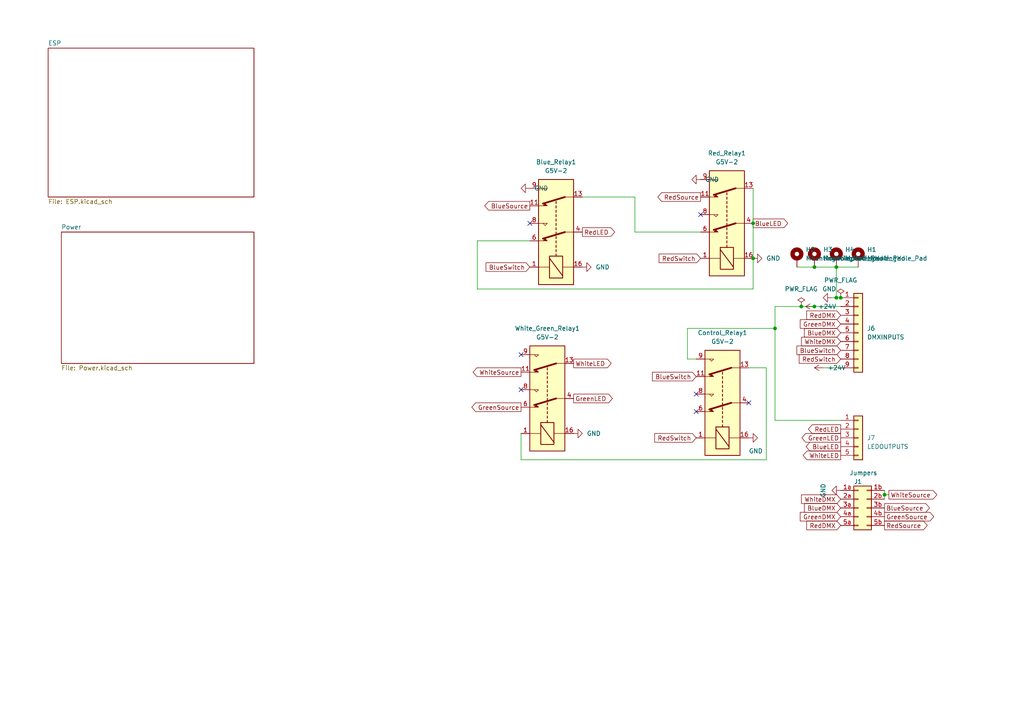
<source format=kicad_sch>
(kicad_sch (version 20230121) (generator eeschema)
  (paper "A4")
  (lib_symbols
    (symbol "Connector_Generic:Conn_01x05" (pin_names (offset 1.016) hide)
      (property "Reference" "J" (at 0 7.62 0))
      (property "Value" "Conn_01x05" (at 0 -7.62 0))
      (symbol "Conn_01x05_1_1"
        (rectangle (start -1.27 -4.953) (end 0 -5.207) (stroke (width 0.1524)))
        (rectangle (start -1.27 -2.413) (end 0 -2.667) (stroke (width 0.1524)))
        (rectangle (start -1.27 0.127) (end 0 -0.127) (stroke (width 0.1524)))
        (rectangle (start -1.27 2.667) (end 0 2.413) (stroke (width 0.1524)))
        (rectangle (start -1.27 5.207) (end 0 4.953) (stroke (width 0.1524)))
        (rectangle (start -1.27 6.35) (end 1.27 -6.35) (stroke (width 0.254)) (fill (type background)))
        (pin passive line (at -5.08 5.08 0) (length 3.81) (name "Pin_1") (number "1"))
        (pin passive line (at -5.08 2.54 0) (length 3.81) (name "Pin_2") (number "2"))
        (pin passive line (at -5.08 0 0) (length 3.81) (name "Pin_3") (number "3"))
        (pin passive line (at -5.08 -2.54 0) (length 3.81) (name "Pin_4") (number "4"))
        (pin passive line (at -5.08 -5.08 0) (length 3.81) (name "Pin_5") (number "5"))
      )
    )
    (symbol "Connector_Generic:Conn_01x09" (pin_names (offset 1.016) hide)
      (property "Reference" "J" (at 0 12.7 0))
      (property "Value" "Conn_01x09" (at 0 -12.7 0))
      (symbol "Conn_01x09_1_1"
        (rectangle (start -1.27 -10.033) (end 0 -10.287) (stroke (width 0.1524)))
        (rectangle (start -1.27 -7.493) (end 0 -7.747) (stroke (width 0.1524)))
        (rectangle (start -1.27 -4.953) (end 0 -5.207) (stroke (width 0.1524)))
        (rectangle (start -1.27 -2.413) (end 0 -2.667) (stroke (width 0.1524)))
        (rectangle (start -1.27 0.127) (end 0 -0.127) (stroke (width 0.1524)))
        (rectangle (start -1.27 2.667) (end 0 2.413) (stroke (width 0.1524)))
        (rectangle (start -1.27 5.207) (end 0 4.953) (stroke (width 0.1524)))
        (rectangle (start -1.27 7.747) (end 0 7.493) (stroke (width 0.1524)))
        (rectangle (start -1.27 10.287) (end 0 10.033) (stroke (width 0.1524)))
        (rectangle (start -1.27 11.43) (end 1.27 -11.43) (stroke (width 0.254)) (fill (type background)))
        (pin passive line (at -5.08 10.16 0) (length 3.81) (name "Pin_1") (number "1"))
        (pin passive line (at -5.08 7.62 0) (length 3.81) (name "Pin_2") (number "2"))
        (pin passive line (at -5.08 5.08 0) (length 3.81) (name "Pin_3") (number "3"))
        (pin passive line (at -5.08 2.54 0) (length 3.81) (name "Pin_4") (number "4"))
        (pin passive line (at -5.08 0 0) (length 3.81) (name "Pin_5") (number "5"))
        (pin passive line (at -5.08 -2.54 0) (length 3.81) (name "Pin_6") (number "6"))
        (pin passive line (at -5.08 -5.08 0) (length 3.81) (name "Pin_7") (number "7"))
        (pin passive line (at -5.08 -7.62 0) (length 3.81) (name "Pin_8") (number "8"))
        (pin passive line (at -5.08 -10.16 0) (length 3.81) (name "Pin_9") (number "9"))
      )
    )
    (symbol "Connector_Generic:Conn_02x05_Row_Letter_Last" (pin_names (offset 1.016) hide)
      (property "Reference" "J" (at 1.27 7.62 0))
      (property "Value" "Conn_02x05_Row_Letter_Last" (at 1.27 -7.62 0))
      (symbol "Conn_02x05_Row_Letter_Last_1_1"
        (rectangle (start -1.27 -4.953) (end 0 -5.207) (stroke (width 0.1524)))
        (rectangle (start -1.27 -2.413) (end 0 -2.667) (stroke (width 0.1524)))
        (rectangle (start -1.27 0.127) (end 0 -0.127) (stroke (width 0.1524)))
        (rectangle (start -1.27 2.667) (end 0 2.413) (stroke (width 0.1524)))
        (rectangle (start -1.27 5.207) (end 0 4.953) (stroke (width 0.1524)))
        (rectangle (start -1.27 6.35) (end 3.81 -6.35) (stroke (width 0.254)) (fill (type background)))
        (rectangle (start 3.81 -4.953) (end 2.54 -5.207) (stroke (width 0.1524)))
        (rectangle (start 3.81 -2.413) (end 2.54 -2.667) (stroke (width 0.1524)))
        (rectangle (start 3.81 0.127) (end 2.54 -0.127) (stroke (width 0.1524)))
        (rectangle (start 3.81 2.667) (end 2.54 2.413) (stroke (width 0.1524)))
        (rectangle (start 3.81 5.207) (end 2.54 4.953) (stroke (width 0.1524)))
        (pin passive line (at -5.08 5.08 0) (length 3.81) (name "Pin_1a") (number "1a"))
        (pin passive line (at 7.62 5.08 180) (length 3.81) (name "Pin_1b") (number "1b"))
        (pin passive line (at -5.08 2.54 0) (length 3.81) (name "Pin_2a") (number "2a"))
        (pin passive line (at 7.62 2.54 180) (length 3.81) (name "Pin_2b") (number "2b"))
        (pin passive line (at -5.08 0 0) (length 3.81) (name "Pin_3a") (number "3a"))
        (pin passive line (at 7.62 0 180) (length 3.81) (name "Pin_3b") (number "3b"))
        (pin passive line (at -5.08 -2.54 0) (length 3.81) (name "Pin_4a") (number "4a"))
        (pin passive line (at 7.62 -2.54 180) (length 3.81) (name "Pin_4b") (number "4b"))
        (pin passive line (at -5.08 -5.08 0) (length 3.81) (name "Pin_5a") (number "5a"))
        (pin passive line (at 7.62 -5.08 180) (length 3.81) (name "Pin_5b") (number "5b"))
      )
    )
    (symbol "Mechanical:MountingHole_Pad" (pin_numbers hide) (pin_names (offset 1.016) hide)
      (property "Reference" "H" (at 0 6.35 0))
      (property "Value" "MountingHole_Pad" (at 0 4.445 0))
      (symbol "MountingHole_Pad_0_1"
        (circle (center 0 1.27) (radius 1.27) (stroke (width 1.27)))
      )
      (symbol "MountingHole_Pad_1_1"
        (pin input line (at 0 -2.54 90) (length 2.54) (name "1") (number "1"))
      )
    )
    (symbol "Relay:G5V-2"
      (property "Reference" "K" (at 16.51 3.81 0))
      (property "Value" "G5V-2" (at 16.51 1.27 0))
      (symbol "G5V-2_0_1"
        (rectangle (start -15.24 5.08) (end 15.24 -5.08) (stroke (width 0.254)) (fill (type background)))
        (rectangle (start -13.335 1.905) (end -6.985 -1.905) (stroke (width 0.254)))
        (polyline (pts (xy -12.7 -1.905) (xy -7.62 1.905)) (stroke (width 0.254)))
        (polyline (pts (xy -10.16 -5.08) (xy -10.16 -1.905)))
        (polyline (pts (xy -10.16 5.08) (xy -10.16 1.905)))
        (polyline (pts (xy -6.985 0) (xy -6.35 0)) (stroke (width 0.254)))
        (polyline (pts (xy -5.715 0) (xy -5.08 0)) (stroke (width 0.254)))
        (polyline (pts (xy -4.445 0) (xy -3.81 0)) (stroke (width 0.254)))
        (polyline (pts (xy -3.175 0) (xy -2.54 0)) (stroke (width 0.254)))
        (polyline (pts (xy -1.905 0) (xy -1.27 0)) (stroke (width 0.254)))
        (polyline (pts (xy -0.635 0) (xy 0 0)) (stroke (width 0.254)))
        (polyline (pts (xy 0 -2.54) (xy -1.905 3.81)) (stroke (width 0.508)))
        (polyline (pts (xy 0 -2.54) (xy 0 -5.08)))
        (polyline (pts (xy 0.635 0) (xy 1.27 0)) (stroke (width 0.254)))
        (polyline (pts (xy 1.905 0) (xy 2.54 0)) (stroke (width 0.254)))
        (polyline (pts (xy 3.175 0) (xy 3.81 0)) (stroke (width 0.254)))
        (polyline (pts (xy 4.445 0) (xy 5.08 0)) (stroke (width 0.254)))
        (polyline (pts (xy 5.715 0) (xy 6.35 0)) (stroke (width 0.254)))
        (polyline (pts (xy 6.985 0) (xy 7.62 0)) (stroke (width 0.254)))
        (polyline (pts (xy 8.255 0) (xy 8.89 0)) (stroke (width 0.254)))
        (polyline (pts (xy 10.16 -2.54) (xy 8.255 3.81)) (stroke (width 0.508)))
        (polyline (pts (xy 10.16 -2.54) (xy 10.16 -5.08)))
        (polyline (pts (xy -2.54 5.08) (xy -2.54 2.54) (xy -1.905 3.175) (xy -2.54 3.81)) (fill (type outline)))
        (polyline (pts (xy 2.54 5.08) (xy 2.54 2.54) (xy 1.905 3.175) (xy 2.54 3.81)))
        (polyline (pts (xy 7.62 5.08) (xy 7.62 2.54) (xy 8.255 3.175) (xy 7.62 3.81)) (fill (type outline)))
        (polyline (pts (xy 12.7 5.08) (xy 12.7 2.54) (xy 12.065 3.175) (xy 12.7 3.81)))
      )
      (symbol "G5V-2_1_1"
        (pin passive line (at -10.16 7.62 270) (length 2.54) (name "~") (number "1"))
        (pin passive line (at 7.62 7.62 270) (length 2.54) (name "~") (number "11"))
        (pin passive line (at 10.16 -7.62 90) (length 2.54) (name "~") (number "13"))
        (pin passive line (at -10.16 -7.62 90) (length 2.54) (name "~") (number "16"))
        (pin passive line (at 0 -7.62 90) (length 2.54) (name "~") (number "4"))
        (pin passive line (at -2.54 7.62 270) (length 2.54) (name "~") (number "6"))
        (pin passive line (at 2.54 7.62 270) (length 2.54) (name "~") (number "8"))
        (pin passive line (at 12.7 7.62 270) (length 2.54) (name "~") (number "9"))
      )
    )
    (symbol "power:+24V" (power) (pin_names (offset 0))
      (property "Value" "+24V" (at 0 3.556 0))
      (symbol "+24V_0_1"
        (polyline (pts (xy -0.762 1.27) (xy 0 2.54)))
        (polyline (pts (xy 0 0) (xy 0 2.54)))
        (polyline (pts (xy 0 2.54) (xy 0.762 1.27)))
      )
      (symbol "+24V_1_1"
        (pin power_in line (at 0 0 90) (length 0) hide (name "+24V") (number "1"))
      )
    )
    (symbol "power:GND" (power) (pin_names (offset 0))
      (property "Value" "GND" (at 0 -3.81 0))
      (symbol "GND_0_1"
        (polyline (pts (xy 0 0) (xy 0 -1.27) (xy 1.27 -1.27) (xy 0 -2.54) (xy -1.27 -1.27) (xy 0 -1.27)))
      )
      (symbol "GND_1_1"
        (pin power_in line (at 0 0 270) (length 0) hide (name "GND") (number "1"))
      )
    )
    (symbol "power:PWR_FLAG" (power) (pin_numbers hide) (pin_names (offset 0) hide)
      (property "Value" "PWR_FLAG" (at 0 3.81 0))
      (symbol "PWR_FLAG_0_0"
        (pin power_out line (at 0 0 90) (length 0) (name "pwr") (number "1"))
      )
      (symbol "PWR_FLAG_0_1"
        (polyline (pts (xy 0 0) (xy 0 1.27) (xy -1.016 1.905) (xy 0 2.54) (xy 1.016 1.905) (xy 0 1.27)))
      )
    )
  )
  (junction (at 224.79 95.25))
  (junction (at 218.44 74.93))
  (junction (at 243.84 86.36))
  (junction (at 218.44 64.77))
  (junction (at 256.54 143.51))
  (junction (at 242.57 77.47))
  (junction (at 232.41 88.9))
  (junction (at 242.57 86.36))
  (junction (at 236.22 77.47))
  (junction (at 236.22 88.9))
  (no_connect (at 203.2 62.23))
  (no_connect (at 153.67 64.77))
  (no_connect (at 151.13 102.87))
  (no_connect (at 151.13 113.03))
  (no_connect (at 217.17 116.84))
  (no_connect (at 201.93 119.38))
  (no_connect (at 201.93 114.3))
  (wire (pts (xy 224.79 95.25) (xy 224.79 88.9)))
  (wire (pts (xy 232.41 88.9) (xy 236.22 88.9)))
  (wire (pts (xy 199.39 104.14) (xy 201.93 104.14)))
  (wire (pts (xy 199.39 95.25) (xy 199.39 104.14)))
  (wire (pts (xy 241.3 86.36) (xy 242.57 86.36)))
  (wire (pts (xy 242.57 77.47) (xy 248.92 77.47)))
  (wire (pts (xy 168.91 57.15) (xy 184.15 57.15)))
  (wire (pts (xy 256.54 143.51) (xy 256.54 142.24)))
  (wire (pts (xy 224.79 88.9) (xy 232.41 88.9)))
  (wire (pts (xy 242.57 77.47) (xy 242.57 86.36)))
  (wire (pts (xy 231.14 77.47) (xy 236.22 77.47)))
  (wire (pts (xy 138.43 69.85) (xy 153.67 69.85)))
  (wire (pts (xy 224.79 95.25) (xy 199.39 95.25)))
  (wire (pts (xy 256.54 144.78) (xy 256.54 143.51)))
  (wire (pts (xy 184.15 57.15) (xy 184.15 67.31)))
  (wire (pts (xy 224.79 121.92) (xy 224.79 95.25)))
  (wire (pts (xy 151.13 133.35) (xy 222.25 133.35)))
  (wire (pts (xy 218.44 83.82) (xy 218.44 74.93)))
  (wire (pts (xy 238.76 106.68) (xy 243.84 106.68)))
  (wire (pts (xy 218.44 83.82) (xy 138.43 83.82)))
  (wire (pts (xy 222.25 133.35) (xy 222.25 106.68)))
  (wire (pts (xy 224.79 121.92) (xy 243.84 121.92)))
  (wire (pts (xy 257.81 143.51) (xy 256.54 143.51)))
  (wire (pts (xy 184.15 67.31) (xy 203.2 67.31)))
  (wire (pts (xy 218.44 64.77) (xy 218.44 54.61)))
  (wire (pts (xy 138.43 83.82) (xy 138.43 69.85)))
  (wire (pts (xy 218.44 74.93) (xy 218.44 64.77)))
  (wire (pts (xy 242.57 86.36) (xy 243.84 86.36)))
  (wire (pts (xy 236.22 77.47) (xy 242.57 77.47)))
  (wire (pts (xy 151.13 125.73) (xy 151.13 133.35)))
  (wire (pts (xy 217.17 106.68) (xy 222.25 106.68)))
  (wire (pts (xy 236.22 88.9) (xy 243.84 88.9)))
  (global_label "GreenLED" (shape output) (at 166.37 115.57 0) (property "Intersheetrefs" "${INTERSHEET_REFS}" (effects hide)))
  (global_label "WhiteLED" (shape output) (at 166.37 105.41 0) (property "Intersheetrefs" "${INTERSHEET_REFS}" (effects hide)))
  (global_label "WhiteSource" (shape output) (at 257.81 143.51 0) (property "Intersheetrefs" "${INTERSHEET_REFS}" (effects hide)))
  (global_label "GreenDMX" (shape input) (at 243.84 149.86 180) (property "Intersheetrefs" "${INTERSHEET_REFS}" (effects hide)))
  (global_label "BlueLED" (shape output) (at 243.84 129.54 180) (property "Intersheetrefs" "${INTERSHEET_REFS}" (effects hide)))
  (global_label "BlueSwitch" (shape input) (at 243.84 101.6 180) (property "Intersheetrefs" "${INTERSHEET_REFS}" (effects hide)))
  (global_label "BlueSwitch" (shape input) (at 153.67 77.47 180) (property "Intersheetrefs" "${INTERSHEET_REFS}" (effects hide)))
  (global_label "BlueSource" (shape output) (at 153.67 59.69 180) (property "Intersheetrefs" "${INTERSHEET_REFS}" (effects hide)))
  (global_label "GreenSource" (shape output) (at 256.54 149.86 0) (property "Intersheetrefs" "${INTERSHEET_REFS}" (effects hide)))
  (global_label "WhiteSource" (shape output) (at 151.13 107.95 180) (property "Intersheetrefs" "${INTERSHEET_REFS}" (effects hide)))
  (global_label "GreenLED" (shape output) (at 243.84 127 180) (property "Intersheetrefs" "${INTERSHEET_REFS}" (effects hide)))
  (global_label "RedLED" (shape output) (at 168.91 67.31 0) (property "Intersheetrefs" "${INTERSHEET_REFS}" (effects hide)))
  (global_label "WhiteDMX" (shape input) (at 243.84 144.78 180) (property "Intersheetrefs" "${INTERSHEET_REFS}" (effects hide)))
  (global_label "RedSwitch" (shape input) (at 203.2 74.93 180) (property "Intersheetrefs" "${INTERSHEET_REFS}" (effects hide)))
  (global_label "BlueSwitch" (shape input) (at 201.93 109.22 180) (property "Intersheetrefs" "${INTERSHEET_REFS}" (effects hide)))
  (global_label "GreenDMX" (shape input) (at 243.84 93.98 180) (property "Intersheetrefs" "${INTERSHEET_REFS}" (effects hide)))
  (global_label "BlueSource" (shape output) (at 256.54 147.32 0) (property "Intersheetrefs" "${INTERSHEET_REFS}" (effects hide)))
  (global_label "RedDMX" (shape input) (at 243.84 91.44 180) (property "Intersheetrefs" "${INTERSHEET_REFS}" (effects hide)))
  (global_label "RedLED" (shape output) (at 243.84 124.46 180) (property "Intersheetrefs" "${INTERSHEET_REFS}" (effects hide)))
  (global_label "GreenSource" (shape output) (at 151.13 118.11 180) (property "Intersheetrefs" "${INTERSHEET_REFS}" (effects hide)))
  (global_label "RedSource" (shape output) (at 256.54 152.4 0) (property "Intersheetrefs" "${INTERSHEET_REFS}" (effects hide)))
  (global_label "BlueDMX" (shape input) (at 243.84 147.32 180) (property "Intersheetrefs" "${INTERSHEET_REFS}" (effects hide)))
  (global_label "WhiteLED" (shape output) (at 243.84 132.08 180) (property "Intersheetrefs" "${INTERSHEET_REFS}" (effects hide)))
  (global_label "RedDMX" (shape input) (at 243.84 152.4 180) (property "Intersheetrefs" "${INTERSHEET_REFS}" (effects hide)))
  (global_label "RedSwitch" (shape input) (at 243.84 104.14 180) (property "Intersheetrefs" "${INTERSHEET_REFS}" (effects hide)))
  (global_label "RedSource" (shape output) (at 203.2 57.15 180) (property "Intersheetrefs" "${INTERSHEET_REFS}" (effects hide)))
  (global_label "BlueDMX" (shape input) (at 243.84 96.52 180) (property "Intersheetrefs" "${INTERSHEET_REFS}" (effects hide)))
  (global_label "WhiteDMX" (shape input) (at 243.84 99.06 180) (property "Intersheetrefs" "${INTERSHEET_REFS}" (effects hide)))
  (global_label "BlueLED" (shape output) (at 218.44 64.77 0) (property "Intersheetrefs" "${INTERSHEET_REFS}" (effects hide)))
  (global_label "RedSwitch" (shape input) (at 201.93 127 180) (property "Intersheetrefs" "${INTERSHEET_REFS}" (effects hide)))
  (symbol (lib_id "Mechanical:MountingHole_Pad") (at 231.14 74.93 0) (mirror y) (unit 1)
    (property "Reference" "H2" (at 233.68 72.3899 0) (effects (justify right)))
    (property "Value" "MountingHole_Pad" (at 233.68 74.9299 0) (effects (justify right)))
    (property "Footprint" "MountingHole:MountingHole_4mm_Pad" (effects hide))
  )
  (symbol (lib_id "power:GND") (at 166.37 125.73 90) (unit 1)
    (property "Reference" "#PWR0105" (effects hide))
    (property "Value" "GND" (at 170.18 125.7299 90) (effects (justify right)))
  )
  (symbol (lib_id "power:+24V") (at 236.22 88.9 90) (unit 1)
    (property "Reference" "#PWR0109" (effects hide))
    (property "Value" "+24V" (at 242.57 88.9 90) (effects (justify left)))
  )
  (symbol (lib_id "power:GND") (at 203.2 52.07 270) (unit 1)
    (property "Reference" "#PWR0107" (effects hide))
    (property "Value" "GND" (at 204.47 52.0699 90) (effects (justify left)))
  )
  (symbol (lib_id "power:GND") (at 217.17 127 90) (unit 1)
    (property "Reference" "#PWR0103" (effects hide))
    (property "Value" "GND" (at 217.17 130.81 90) (effects (justify right)))
  )
  (symbol (lib_id "Connector_Generic:Conn_02x05_Row_Letter_Last") (at 248.92 147.32 0) (unit 1)
    (property "Reference" "J1" (at 247.65 139.7 0) (effects (justify left)))
    (property "Value" "Jumpers" (at 246.38 137.16 0) (effects (justify left)))
    (property "Footprint" "Connector_PinSocket_2.54mm:PinSocket_2x05_P2.54mm_Vertical" (effects hide))
  )
  (symbol (lib_id "power:PWR_FLAG") (at 243.84 86.36 0) (unit 1)
    (property "Reference" "#FLG0101" (effects hide))
    (property "Value" "PWR_FLAG" (at 243.84 81.28 0))
  )
  (symbol (lib_id "power:GND") (at 243.84 142.24 270) (unit 1)
    (property "Reference" "#PWR0112" (effects hide))
    (property "Value" "GND" (at 238.76 142.24 0))
  )
  (symbol (lib_id "Relay:G5V-2") (at 210.82 64.77 90) (unit 1)
    (property "Reference" "Red_Relay1" (at 210.82 44.45 90))
    (property "Value" "G5V-2" (at 210.82 46.99 90))
    (property "Footprint" "Relay_THT:Relay_DPDT_Omron_G5V-2" (effects hide))
    (property "Datasheet" "http://omronfs.omron.com/en_US/ecb/products/pdf/en-g5v_2.pdf" (effects hide))
  )
  (symbol (lib_id "Connector_Generic:Conn_01x05") (at 248.92 127 0) (unit 1)
    (property "Reference" "J7" (at 251.46 126.9999 0) (effects (justify left)))
    (property "Value" "LEDOUTPUTS" (at 251.46 129.5399 0) (effects (justify left)))
    (property "Footprint" "Connector_PinHeader_2.54mm:PinHeader_1x05_P2.54mm_Vertical" (effects hide))
  )
  (symbol (lib_id "Mechanical:MountingHole_Pad") (at 248.92 74.93 0) (mirror y) (unit 1)
    (property "Reference" "H1" (at 251.46 72.3899 0) (effects (justify right)))
    (property "Value" "MountingHole_Pad" (at 251.46 74.9299 0) (effects (justify right)))
    (property "Footprint" "MountingHole:MountingHole_4mm_Pad" (effects hide))
  )
  (symbol (lib_id "Relay:G5V-2") (at 209.55 116.84 90) (unit 1)
    (property "Reference" "Control_Relay1" (at 209.55 96.52 90))
    (property "Value" "G5V-2" (at 209.55 99.06 90))
    (property "Footprint" "Relay_THT:Relay_DPDT_Omron_G5V-2" (effects hide))
    (property "Datasheet" "http://omronfs.omron.com/en_US/ecb/products/pdf/en-g5v_2.pdf" (effects hide))
  )
  (symbol (lib_id "Relay:G5V-2") (at 158.75 115.57 90) (unit 1)
    (property "Reference" "White_Green_Relay1" (at 158.75 95.25 90))
    (property "Value" "G5V-2" (at 158.75 97.79 90))
    (property "Footprint" "Relay_THT:Relay_DPDT_Omron_G5V-2" (effects hide))
    (property "Datasheet" "http://omronfs.omron.com/en_US/ecb/products/pdf/en-g5v_2.pdf" (effects hide))
  )
  (symbol (lib_id "power:PWR_FLAG") (at 232.41 88.9 0) (unit 1)
    (property "Reference" "#FLG0102" (effects hide))
    (property "Value" "PWR_FLAG" (at 232.41 83.82 0))
  )
  (symbol (lib_id "Mechanical:MountingHole_Pad") (at 236.22 74.93 0) (mirror y) (unit 1)
    (property "Reference" "H3" (at 238.76 72.3899 0) (effects (justify right)))
    (property "Value" "MountingHole_Pad" (at 238.76 74.9299 0) (effects (justify right)))
    (property "Footprint" "MountingHole:MountingHole_4mm_Pad" (effects hide))
  )
  (symbol (lib_id "power:+24V") (at 238.76 106.68 90) (unit 1)
    (property "Reference" "#PWR0101" (effects hide))
    (property "Value" "+24V" (at 240.03 106.6799 90) (effects (justify right)))
  )
  (symbol (lib_id "Relay:G5V-2") (at 161.29 67.31 90) (unit 1)
    (property "Reference" "Blue_Relay1" (at 161.29 46.99 90))
    (property "Value" "G5V-2" (at 161.29 49.53 90))
    (property "Footprint" "Relay_THT:Relay_DPDT_Omron_G5V-2" (effects hide))
    (property "Datasheet" "http://omronfs.omron.com/en_US/ecb/products/pdf/en-g5v_2.pdf" (effects hide))
  )
  (symbol (lib_id "Connector_Generic:Conn_01x09") (at 248.92 96.52 0) (unit 1)
    (property "Reference" "J6" (at 251.46 95.2499 0) (effects (justify left)))
    (property "Value" "DMXINPUTS" (at 251.46 97.7899 0) (effects (justify left)))
    (property "Footprint" "Connector_PinHeader_2.54mm:PinHeader_1x09_P2.54mm_Vertical" (effects hide))
  )
  (symbol (lib_id "power:GND") (at 241.3 86.36 270) (unit 1)
    (property "Reference" "#PWR0110" (effects hide))
    (property "Value" "GND" (at 242.57 83.82 90) (effects (justify right)))
  )
  (symbol (lib_id "power:GND") (at 218.44 74.93 90) (unit 1)
    (property "Reference" "#PWR0102" (effects hide))
    (property "Value" "GND" (at 222.25 74.9299 90) (effects (justify right)))
  )
  (symbol (lib_id "Mechanical:MountingHole_Pad") (at 242.57 74.93 0) (mirror y) (unit 1)
    (property "Reference" "H4" (at 245.11 72.3899 0) (effects (justify right)))
    (property "Value" "MountingHole_Pad" (at 245.11 74.9299 0) (effects (justify right)))
    (property "Footprint" "MountingHole:MountingHole_4mm_Pad" (effects hide))
  )
  (symbol (lib_id "power:GND") (at 153.67 54.61 270) (unit 1)
    (property "Reference" "#PWR0108" (effects hide))
    (property "Value" "GND" (at 154.94 54.6099 90) (effects (justify left)))
  )
  (symbol (lib_id "power:GND") (at 168.91 77.47 90) (unit 1)
    (property "Reference" "#PWR0104" (effects hide))
    (property "Value" "GND" (at 172.72 77.4699 90) (effects (justify right)))
  )
  (sheet (at 13.97 13.97) (size 59.69 43.18) (stroke (width 0.1524))
    (property "Sheetname" "ESP" (at 13.97 13.2584 0) (effects (justify left bottom)))
    (property "Sheetfile" "ESP.kicad_sch" (at 13.97 57.7346 0) (effects (justify left top)))
  )
  (sheet (at 17.78 67.31) (size 55.88 38.1) (stroke (width 0.1524))
    (property "Sheetname" "Power" (at 17.78 66.5984 0) (effects (justify left bottom)))
    (property "Sheetfile" "Power.kicad_sch" (at 17.78 105.9946 0) (effects (justify left top)))
  )
)
</source>
